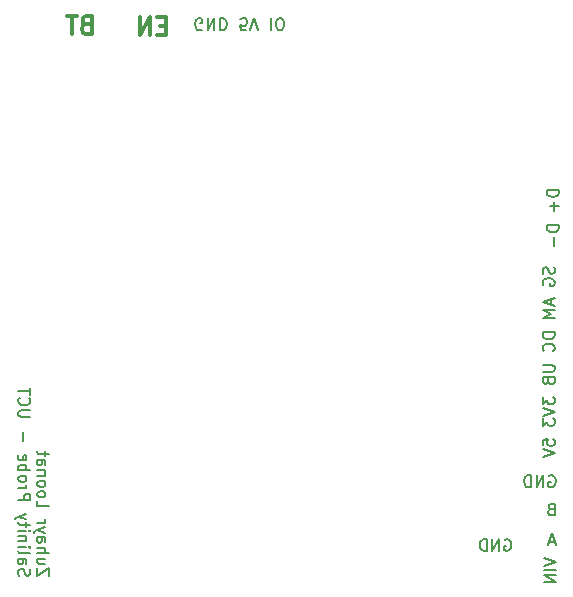
<source format=gbr>
%TF.GenerationSoftware,KiCad,Pcbnew,8.0.6*%
%TF.CreationDate,2025-08-26T16:01:02+02:00*%
%TF.ProjectId,probe,70726f62-652e-46b6-9963-61645f706362,V4-0*%
%TF.SameCoordinates,Original*%
%TF.FileFunction,Legend,Bot*%
%TF.FilePolarity,Positive*%
%FSLAX46Y46*%
G04 Gerber Fmt 4.6, Leading zero omitted, Abs format (unit mm)*
G04 Created by KiCad (PCBNEW 8.0.6) date 2025-08-26 16:01:02*
%MOMM*%
%LPD*%
G01*
G04 APERTURE LIST*
%ADD10C,0.150000*%
%ADD11C,0.300000*%
G04 APERTURE END LIST*
D10*
X186472200Y-42389160D02*
X186519819Y-42532017D01*
X186519819Y-42532017D02*
X186519819Y-42770112D01*
X186519819Y-42770112D02*
X186472200Y-42865350D01*
X186472200Y-42865350D02*
X186424580Y-42912969D01*
X186424580Y-42912969D02*
X186329342Y-42960588D01*
X186329342Y-42960588D02*
X186234104Y-42960588D01*
X186234104Y-42960588D02*
X186138866Y-42912969D01*
X186138866Y-42912969D02*
X186091247Y-42865350D01*
X186091247Y-42865350D02*
X186043628Y-42770112D01*
X186043628Y-42770112D02*
X185996009Y-42579636D01*
X185996009Y-42579636D02*
X185948390Y-42484398D01*
X185948390Y-42484398D02*
X185900771Y-42436779D01*
X185900771Y-42436779D02*
X185805533Y-42389160D01*
X185805533Y-42389160D02*
X185710295Y-42389160D01*
X185710295Y-42389160D02*
X185615057Y-42436779D01*
X185615057Y-42436779D02*
X185567438Y-42484398D01*
X185567438Y-42484398D02*
X185519819Y-42579636D01*
X185519819Y-42579636D02*
X185519819Y-42817731D01*
X185519819Y-42817731D02*
X185567438Y-42960588D01*
X185567438Y-43912969D02*
X185519819Y-43817731D01*
X185519819Y-43817731D02*
X185519819Y-43674874D01*
X185519819Y-43674874D02*
X185567438Y-43532017D01*
X185567438Y-43532017D02*
X185662676Y-43436779D01*
X185662676Y-43436779D02*
X185757914Y-43389160D01*
X185757914Y-43389160D02*
X185948390Y-43341541D01*
X185948390Y-43341541D02*
X186091247Y-43341541D01*
X186091247Y-43341541D02*
X186281723Y-43389160D01*
X186281723Y-43389160D02*
X186376961Y-43436779D01*
X186376961Y-43436779D02*
X186472200Y-43532017D01*
X186472200Y-43532017D02*
X186519819Y-43674874D01*
X186519819Y-43674874D02*
X186519819Y-43770112D01*
X186519819Y-43770112D02*
X186472200Y-43912969D01*
X186472200Y-43912969D02*
X186424580Y-43960588D01*
X186424580Y-43960588D02*
X186091247Y-43960588D01*
X186091247Y-43960588D02*
X186091247Y-43770112D01*
X186234104Y-45103446D02*
X186234104Y-45579636D01*
X186519819Y-45008208D02*
X185519819Y-45341541D01*
X185519819Y-45341541D02*
X186519819Y-45674874D01*
X186519819Y-46008208D02*
X185519819Y-46008208D01*
X185519819Y-46008208D02*
X186234104Y-46341541D01*
X186234104Y-46341541D02*
X185519819Y-46674874D01*
X185519819Y-46674874D02*
X186519819Y-46674874D01*
X186519819Y-47912970D02*
X185519819Y-47912970D01*
X185519819Y-47912970D02*
X185519819Y-48151065D01*
X185519819Y-48151065D02*
X185567438Y-48293922D01*
X185567438Y-48293922D02*
X185662676Y-48389160D01*
X185662676Y-48389160D02*
X185757914Y-48436779D01*
X185757914Y-48436779D02*
X185948390Y-48484398D01*
X185948390Y-48484398D02*
X186091247Y-48484398D01*
X186091247Y-48484398D02*
X186281723Y-48436779D01*
X186281723Y-48436779D02*
X186376961Y-48389160D01*
X186376961Y-48389160D02*
X186472200Y-48293922D01*
X186472200Y-48293922D02*
X186519819Y-48151065D01*
X186519819Y-48151065D02*
X186519819Y-47912970D01*
X186424580Y-49484398D02*
X186472200Y-49436779D01*
X186472200Y-49436779D02*
X186519819Y-49293922D01*
X186519819Y-49293922D02*
X186519819Y-49198684D01*
X186519819Y-49198684D02*
X186472200Y-49055827D01*
X186472200Y-49055827D02*
X186376961Y-48960589D01*
X186376961Y-48960589D02*
X186281723Y-48912970D01*
X186281723Y-48912970D02*
X186091247Y-48865351D01*
X186091247Y-48865351D02*
X185948390Y-48865351D01*
X185948390Y-48865351D02*
X185757914Y-48912970D01*
X185757914Y-48912970D02*
X185662676Y-48960589D01*
X185662676Y-48960589D02*
X185567438Y-49055827D01*
X185567438Y-49055827D02*
X185519819Y-49198684D01*
X185519819Y-49198684D02*
X185519819Y-49293922D01*
X185519819Y-49293922D02*
X185567438Y-49436779D01*
X185567438Y-49436779D02*
X185615057Y-49484398D01*
X185519819Y-50674875D02*
X186329342Y-50674875D01*
X186329342Y-50674875D02*
X186424580Y-50722494D01*
X186424580Y-50722494D02*
X186472200Y-50770113D01*
X186472200Y-50770113D02*
X186519819Y-50865351D01*
X186519819Y-50865351D02*
X186519819Y-51055827D01*
X186519819Y-51055827D02*
X186472200Y-51151065D01*
X186472200Y-51151065D02*
X186424580Y-51198684D01*
X186424580Y-51198684D02*
X186329342Y-51246303D01*
X186329342Y-51246303D02*
X185519819Y-51246303D01*
X185996009Y-52055827D02*
X186043628Y-52198684D01*
X186043628Y-52198684D02*
X186091247Y-52246303D01*
X186091247Y-52246303D02*
X186186485Y-52293922D01*
X186186485Y-52293922D02*
X186329342Y-52293922D01*
X186329342Y-52293922D02*
X186424580Y-52246303D01*
X186424580Y-52246303D02*
X186472200Y-52198684D01*
X186472200Y-52198684D02*
X186519819Y-52103446D01*
X186519819Y-52103446D02*
X186519819Y-51722494D01*
X186519819Y-51722494D02*
X185519819Y-51722494D01*
X185519819Y-51722494D02*
X185519819Y-52055827D01*
X185519819Y-52055827D02*
X185567438Y-52151065D01*
X185567438Y-52151065D02*
X185615057Y-52198684D01*
X185615057Y-52198684D02*
X185710295Y-52246303D01*
X185710295Y-52246303D02*
X185805533Y-52246303D01*
X185805533Y-52246303D02*
X185900771Y-52198684D01*
X185900771Y-52198684D02*
X185948390Y-52151065D01*
X185948390Y-52151065D02*
X185996009Y-52055827D01*
X185996009Y-52055827D02*
X185996009Y-51722494D01*
X185519819Y-53389161D02*
X185519819Y-54008208D01*
X185519819Y-54008208D02*
X185900771Y-53674875D01*
X185900771Y-53674875D02*
X185900771Y-53817732D01*
X185900771Y-53817732D02*
X185948390Y-53912970D01*
X185948390Y-53912970D02*
X185996009Y-53960589D01*
X185996009Y-53960589D02*
X186091247Y-54008208D01*
X186091247Y-54008208D02*
X186329342Y-54008208D01*
X186329342Y-54008208D02*
X186424580Y-53960589D01*
X186424580Y-53960589D02*
X186472200Y-53912970D01*
X186472200Y-53912970D02*
X186519819Y-53817732D01*
X186519819Y-53817732D02*
X186519819Y-53532018D01*
X186519819Y-53532018D02*
X186472200Y-53436780D01*
X186472200Y-53436780D02*
X186424580Y-53389161D01*
X185519819Y-54293923D02*
X186519819Y-54627256D01*
X186519819Y-54627256D02*
X185519819Y-54960589D01*
X185519819Y-55198685D02*
X185519819Y-55817732D01*
X185519819Y-55817732D02*
X185900771Y-55484399D01*
X185900771Y-55484399D02*
X185900771Y-55627256D01*
X185900771Y-55627256D02*
X185948390Y-55722494D01*
X185948390Y-55722494D02*
X185996009Y-55770113D01*
X185996009Y-55770113D02*
X186091247Y-55817732D01*
X186091247Y-55817732D02*
X186329342Y-55817732D01*
X186329342Y-55817732D02*
X186424580Y-55770113D01*
X186424580Y-55770113D02*
X186472200Y-55722494D01*
X186472200Y-55722494D02*
X186519819Y-55627256D01*
X186519819Y-55627256D02*
X186519819Y-55341542D01*
X186519819Y-55341542D02*
X186472200Y-55246304D01*
X186472200Y-55246304D02*
X186424580Y-55198685D01*
X185519819Y-57484399D02*
X185519819Y-57008209D01*
X185519819Y-57008209D02*
X185996009Y-56960590D01*
X185996009Y-56960590D02*
X185948390Y-57008209D01*
X185948390Y-57008209D02*
X185900771Y-57103447D01*
X185900771Y-57103447D02*
X185900771Y-57341542D01*
X185900771Y-57341542D02*
X185948390Y-57436780D01*
X185948390Y-57436780D02*
X185996009Y-57484399D01*
X185996009Y-57484399D02*
X186091247Y-57532018D01*
X186091247Y-57532018D02*
X186329342Y-57532018D01*
X186329342Y-57532018D02*
X186424580Y-57484399D01*
X186424580Y-57484399D02*
X186472200Y-57436780D01*
X186472200Y-57436780D02*
X186519819Y-57341542D01*
X186519819Y-57341542D02*
X186519819Y-57103447D01*
X186519819Y-57103447D02*
X186472200Y-57008209D01*
X186472200Y-57008209D02*
X186424580Y-56960590D01*
X185519819Y-57817733D02*
X186519819Y-58151066D01*
X186519819Y-58151066D02*
X185519819Y-58484399D01*
X186510839Y-65634104D02*
X186034649Y-65634104D01*
X186606077Y-65919819D02*
X186272744Y-64919819D01*
X186272744Y-64919819D02*
X185939411Y-65919819D01*
D11*
X153595489Y-21940114D02*
X153095489Y-21940114D01*
X152881203Y-22725828D02*
X153595489Y-22725828D01*
X153595489Y-22725828D02*
X153595489Y-21225828D01*
X153595489Y-21225828D02*
X152881203Y-21225828D01*
X152238346Y-22725828D02*
X152238346Y-21225828D01*
X152238346Y-21225828D02*
X151381203Y-22725828D01*
X151381203Y-22725828D02*
X151381203Y-21225828D01*
D10*
X156660588Y-22282561D02*
X156565350Y-22330180D01*
X156565350Y-22330180D02*
X156422493Y-22330180D01*
X156422493Y-22330180D02*
X156279636Y-22282561D01*
X156279636Y-22282561D02*
X156184398Y-22187323D01*
X156184398Y-22187323D02*
X156136779Y-22092085D01*
X156136779Y-22092085D02*
X156089160Y-21901609D01*
X156089160Y-21901609D02*
X156089160Y-21758752D01*
X156089160Y-21758752D02*
X156136779Y-21568276D01*
X156136779Y-21568276D02*
X156184398Y-21473038D01*
X156184398Y-21473038D02*
X156279636Y-21377800D01*
X156279636Y-21377800D02*
X156422493Y-21330180D01*
X156422493Y-21330180D02*
X156517731Y-21330180D01*
X156517731Y-21330180D02*
X156660588Y-21377800D01*
X156660588Y-21377800D02*
X156708207Y-21425419D01*
X156708207Y-21425419D02*
X156708207Y-21758752D01*
X156708207Y-21758752D02*
X156517731Y-21758752D01*
X157136779Y-21330180D02*
X157136779Y-22330180D01*
X157136779Y-22330180D02*
X157708207Y-21330180D01*
X157708207Y-21330180D02*
X157708207Y-22330180D01*
X158184398Y-21330180D02*
X158184398Y-22330180D01*
X158184398Y-22330180D02*
X158422493Y-22330180D01*
X158422493Y-22330180D02*
X158565350Y-22282561D01*
X158565350Y-22282561D02*
X158660588Y-22187323D01*
X158660588Y-22187323D02*
X158708207Y-22092085D01*
X158708207Y-22092085D02*
X158755826Y-21901609D01*
X158755826Y-21901609D02*
X158755826Y-21758752D01*
X158755826Y-21758752D02*
X158708207Y-21568276D01*
X158708207Y-21568276D02*
X158660588Y-21473038D01*
X158660588Y-21473038D02*
X158565350Y-21377800D01*
X158565350Y-21377800D02*
X158422493Y-21330180D01*
X158422493Y-21330180D02*
X158184398Y-21330180D01*
X160422493Y-22330180D02*
X159946303Y-22330180D01*
X159946303Y-22330180D02*
X159898684Y-21853990D01*
X159898684Y-21853990D02*
X159946303Y-21901609D01*
X159946303Y-21901609D02*
X160041541Y-21949228D01*
X160041541Y-21949228D02*
X160279636Y-21949228D01*
X160279636Y-21949228D02*
X160374874Y-21901609D01*
X160374874Y-21901609D02*
X160422493Y-21853990D01*
X160422493Y-21853990D02*
X160470112Y-21758752D01*
X160470112Y-21758752D02*
X160470112Y-21520657D01*
X160470112Y-21520657D02*
X160422493Y-21425419D01*
X160422493Y-21425419D02*
X160374874Y-21377800D01*
X160374874Y-21377800D02*
X160279636Y-21330180D01*
X160279636Y-21330180D02*
X160041541Y-21330180D01*
X160041541Y-21330180D02*
X159946303Y-21377800D01*
X159946303Y-21377800D02*
X159898684Y-21425419D01*
X160755827Y-22330180D02*
X161089160Y-21330180D01*
X161089160Y-21330180D02*
X161422493Y-22330180D01*
X162517732Y-21330180D02*
X162517732Y-22330180D01*
X163184398Y-22330180D02*
X163374874Y-22330180D01*
X163374874Y-22330180D02*
X163470112Y-22282561D01*
X163470112Y-22282561D02*
X163565350Y-22187323D01*
X163565350Y-22187323D02*
X163612969Y-21996847D01*
X163612969Y-21996847D02*
X163612969Y-21663514D01*
X163612969Y-21663514D02*
X163565350Y-21473038D01*
X163565350Y-21473038D02*
X163470112Y-21377800D01*
X163470112Y-21377800D02*
X163374874Y-21330180D01*
X163374874Y-21330180D02*
X163184398Y-21330180D01*
X163184398Y-21330180D02*
X163089160Y-21377800D01*
X163089160Y-21377800D02*
X162993922Y-21473038D01*
X162993922Y-21473038D02*
X162946303Y-21663514D01*
X162946303Y-21663514D02*
X162946303Y-21996847D01*
X162946303Y-21996847D02*
X162993922Y-22187323D01*
X162993922Y-22187323D02*
X163089160Y-22282561D01*
X163089160Y-22282561D02*
X163184398Y-22330180D01*
X185619819Y-66993922D02*
X186619819Y-67327255D01*
X186619819Y-67327255D02*
X185619819Y-67660588D01*
X186619819Y-67993922D02*
X185619819Y-67993922D01*
X186619819Y-68470112D02*
X185619819Y-68470112D01*
X185619819Y-68470112D02*
X186619819Y-69041540D01*
X186619819Y-69041540D02*
X185619819Y-69041540D01*
D11*
X146845489Y-21840114D02*
X146631203Y-21911542D01*
X146631203Y-21911542D02*
X146559774Y-21982971D01*
X146559774Y-21982971D02*
X146488346Y-22125828D01*
X146488346Y-22125828D02*
X146488346Y-22340114D01*
X146488346Y-22340114D02*
X146559774Y-22482971D01*
X146559774Y-22482971D02*
X146631203Y-22554400D01*
X146631203Y-22554400D02*
X146774060Y-22625828D01*
X146774060Y-22625828D02*
X147345489Y-22625828D01*
X147345489Y-22625828D02*
X147345489Y-21125828D01*
X147345489Y-21125828D02*
X146845489Y-21125828D01*
X146845489Y-21125828D02*
X146702632Y-21197257D01*
X146702632Y-21197257D02*
X146631203Y-21268685D01*
X146631203Y-21268685D02*
X146559774Y-21411542D01*
X146559774Y-21411542D02*
X146559774Y-21554400D01*
X146559774Y-21554400D02*
X146631203Y-21697257D01*
X146631203Y-21697257D02*
X146702632Y-21768685D01*
X146702632Y-21768685D02*
X146845489Y-21840114D01*
X146845489Y-21840114D02*
X147345489Y-21840114D01*
X146059774Y-21125828D02*
X145202632Y-21125828D01*
X145631203Y-22625828D02*
X145631203Y-21125828D01*
D10*
X186229887Y-62896009D02*
X186087030Y-62943628D01*
X186087030Y-62943628D02*
X186039411Y-62991247D01*
X186039411Y-62991247D02*
X185991792Y-63086485D01*
X185991792Y-63086485D02*
X185991792Y-63229342D01*
X185991792Y-63229342D02*
X186039411Y-63324580D01*
X186039411Y-63324580D02*
X186087030Y-63372200D01*
X186087030Y-63372200D02*
X186182268Y-63419819D01*
X186182268Y-63419819D02*
X186563220Y-63419819D01*
X186563220Y-63419819D02*
X186563220Y-62419819D01*
X186563220Y-62419819D02*
X186229887Y-62419819D01*
X186229887Y-62419819D02*
X186134649Y-62467438D01*
X186134649Y-62467438D02*
X186087030Y-62515057D01*
X186087030Y-62515057D02*
X186039411Y-62610295D01*
X186039411Y-62610295D02*
X186039411Y-62705533D01*
X186039411Y-62705533D02*
X186087030Y-62800771D01*
X186087030Y-62800771D02*
X186134649Y-62848390D01*
X186134649Y-62848390D02*
X186229887Y-62896009D01*
X186229887Y-62896009D02*
X186563220Y-62896009D01*
X143740124Y-68558458D02*
X143740124Y-67891792D01*
X143740124Y-67891792D02*
X142740124Y-68558458D01*
X142740124Y-68558458D02*
X142740124Y-67891792D01*
X143406791Y-67082268D02*
X142740124Y-67082268D01*
X143406791Y-67510839D02*
X142882982Y-67510839D01*
X142882982Y-67510839D02*
X142787744Y-67463220D01*
X142787744Y-67463220D02*
X142740124Y-67367982D01*
X142740124Y-67367982D02*
X142740124Y-67225125D01*
X142740124Y-67225125D02*
X142787744Y-67129887D01*
X142787744Y-67129887D02*
X142835363Y-67082268D01*
X142740124Y-66606077D02*
X143740124Y-66606077D01*
X142740124Y-66177506D02*
X143263934Y-66177506D01*
X143263934Y-66177506D02*
X143359172Y-66225125D01*
X143359172Y-66225125D02*
X143406791Y-66320363D01*
X143406791Y-66320363D02*
X143406791Y-66463220D01*
X143406791Y-66463220D02*
X143359172Y-66558458D01*
X143359172Y-66558458D02*
X143311553Y-66606077D01*
X142740124Y-65272744D02*
X143263934Y-65272744D01*
X143263934Y-65272744D02*
X143359172Y-65320363D01*
X143359172Y-65320363D02*
X143406791Y-65415601D01*
X143406791Y-65415601D02*
X143406791Y-65606077D01*
X143406791Y-65606077D02*
X143359172Y-65701315D01*
X142787744Y-65272744D02*
X142740124Y-65367982D01*
X142740124Y-65367982D02*
X142740124Y-65606077D01*
X142740124Y-65606077D02*
X142787744Y-65701315D01*
X142787744Y-65701315D02*
X142882982Y-65748934D01*
X142882982Y-65748934D02*
X142978220Y-65748934D01*
X142978220Y-65748934D02*
X143073458Y-65701315D01*
X143073458Y-65701315D02*
X143121077Y-65606077D01*
X143121077Y-65606077D02*
X143121077Y-65367982D01*
X143121077Y-65367982D02*
X143168696Y-65272744D01*
X143406791Y-64891791D02*
X142740124Y-64653696D01*
X143406791Y-64415601D02*
X142740124Y-64653696D01*
X142740124Y-64653696D02*
X142502029Y-64748934D01*
X142502029Y-64748934D02*
X142454410Y-64796553D01*
X142454410Y-64796553D02*
X142406791Y-64891791D01*
X142740124Y-64034648D02*
X143406791Y-64034648D01*
X143216315Y-64034648D02*
X143311553Y-63987029D01*
X143311553Y-63987029D02*
X143359172Y-63939410D01*
X143359172Y-63939410D02*
X143406791Y-63844172D01*
X143406791Y-63844172D02*
X143406791Y-63748934D01*
X142740124Y-62177505D02*
X142740124Y-62653695D01*
X142740124Y-62653695D02*
X143740124Y-62653695D01*
X142740124Y-61701314D02*
X142787744Y-61796552D01*
X142787744Y-61796552D02*
X142835363Y-61844171D01*
X142835363Y-61844171D02*
X142930601Y-61891790D01*
X142930601Y-61891790D02*
X143216315Y-61891790D01*
X143216315Y-61891790D02*
X143311553Y-61844171D01*
X143311553Y-61844171D02*
X143359172Y-61796552D01*
X143359172Y-61796552D02*
X143406791Y-61701314D01*
X143406791Y-61701314D02*
X143406791Y-61558457D01*
X143406791Y-61558457D02*
X143359172Y-61463219D01*
X143359172Y-61463219D02*
X143311553Y-61415600D01*
X143311553Y-61415600D02*
X143216315Y-61367981D01*
X143216315Y-61367981D02*
X142930601Y-61367981D01*
X142930601Y-61367981D02*
X142835363Y-61415600D01*
X142835363Y-61415600D02*
X142787744Y-61463219D01*
X142787744Y-61463219D02*
X142740124Y-61558457D01*
X142740124Y-61558457D02*
X142740124Y-61701314D01*
X142740124Y-60796552D02*
X142787744Y-60891790D01*
X142787744Y-60891790D02*
X142835363Y-60939409D01*
X142835363Y-60939409D02*
X142930601Y-60987028D01*
X142930601Y-60987028D02*
X143216315Y-60987028D01*
X143216315Y-60987028D02*
X143311553Y-60939409D01*
X143311553Y-60939409D02*
X143359172Y-60891790D01*
X143359172Y-60891790D02*
X143406791Y-60796552D01*
X143406791Y-60796552D02*
X143406791Y-60653695D01*
X143406791Y-60653695D02*
X143359172Y-60558457D01*
X143359172Y-60558457D02*
X143311553Y-60510838D01*
X143311553Y-60510838D02*
X143216315Y-60463219D01*
X143216315Y-60463219D02*
X142930601Y-60463219D01*
X142930601Y-60463219D02*
X142835363Y-60510838D01*
X142835363Y-60510838D02*
X142787744Y-60558457D01*
X142787744Y-60558457D02*
X142740124Y-60653695D01*
X142740124Y-60653695D02*
X142740124Y-60796552D01*
X143406791Y-60034647D02*
X142740124Y-60034647D01*
X143311553Y-60034647D02*
X143359172Y-59987028D01*
X143359172Y-59987028D02*
X143406791Y-59891790D01*
X143406791Y-59891790D02*
X143406791Y-59748933D01*
X143406791Y-59748933D02*
X143359172Y-59653695D01*
X143359172Y-59653695D02*
X143263934Y-59606076D01*
X143263934Y-59606076D02*
X142740124Y-59606076D01*
X142740124Y-58701314D02*
X143263934Y-58701314D01*
X143263934Y-58701314D02*
X143359172Y-58748933D01*
X143359172Y-58748933D02*
X143406791Y-58844171D01*
X143406791Y-58844171D02*
X143406791Y-59034647D01*
X143406791Y-59034647D02*
X143359172Y-59129885D01*
X142787744Y-58701314D02*
X142740124Y-58796552D01*
X142740124Y-58796552D02*
X142740124Y-59034647D01*
X142740124Y-59034647D02*
X142787744Y-59129885D01*
X142787744Y-59129885D02*
X142882982Y-59177504D01*
X142882982Y-59177504D02*
X142978220Y-59177504D01*
X142978220Y-59177504D02*
X143073458Y-59129885D01*
X143073458Y-59129885D02*
X143121077Y-59034647D01*
X143121077Y-59034647D02*
X143121077Y-58796552D01*
X143121077Y-58796552D02*
X143168696Y-58701314D01*
X143406791Y-58367980D02*
X143406791Y-57987028D01*
X143740124Y-58225123D02*
X142882982Y-58225123D01*
X142882982Y-58225123D02*
X142787744Y-58177504D01*
X142787744Y-58177504D02*
X142740124Y-58082266D01*
X142740124Y-58082266D02*
X142740124Y-57987028D01*
X141177800Y-68510839D02*
X141130180Y-68367982D01*
X141130180Y-68367982D02*
X141130180Y-68129887D01*
X141130180Y-68129887D02*
X141177800Y-68034649D01*
X141177800Y-68034649D02*
X141225419Y-67987030D01*
X141225419Y-67987030D02*
X141320657Y-67939411D01*
X141320657Y-67939411D02*
X141415895Y-67939411D01*
X141415895Y-67939411D02*
X141511133Y-67987030D01*
X141511133Y-67987030D02*
X141558752Y-68034649D01*
X141558752Y-68034649D02*
X141606371Y-68129887D01*
X141606371Y-68129887D02*
X141653990Y-68320363D01*
X141653990Y-68320363D02*
X141701609Y-68415601D01*
X141701609Y-68415601D02*
X141749228Y-68463220D01*
X141749228Y-68463220D02*
X141844466Y-68510839D01*
X141844466Y-68510839D02*
X141939704Y-68510839D01*
X141939704Y-68510839D02*
X142034942Y-68463220D01*
X142034942Y-68463220D02*
X142082561Y-68415601D01*
X142082561Y-68415601D02*
X142130180Y-68320363D01*
X142130180Y-68320363D02*
X142130180Y-68082268D01*
X142130180Y-68082268D02*
X142082561Y-67939411D01*
X141130180Y-67082268D02*
X141653990Y-67082268D01*
X141653990Y-67082268D02*
X141749228Y-67129887D01*
X141749228Y-67129887D02*
X141796847Y-67225125D01*
X141796847Y-67225125D02*
X141796847Y-67415601D01*
X141796847Y-67415601D02*
X141749228Y-67510839D01*
X141177800Y-67082268D02*
X141130180Y-67177506D01*
X141130180Y-67177506D02*
X141130180Y-67415601D01*
X141130180Y-67415601D02*
X141177800Y-67510839D01*
X141177800Y-67510839D02*
X141273038Y-67558458D01*
X141273038Y-67558458D02*
X141368276Y-67558458D01*
X141368276Y-67558458D02*
X141463514Y-67510839D01*
X141463514Y-67510839D02*
X141511133Y-67415601D01*
X141511133Y-67415601D02*
X141511133Y-67177506D01*
X141511133Y-67177506D02*
X141558752Y-67082268D01*
X141130180Y-66463220D02*
X141177800Y-66558458D01*
X141177800Y-66558458D02*
X141273038Y-66606077D01*
X141273038Y-66606077D02*
X142130180Y-66606077D01*
X141130180Y-66082267D02*
X141796847Y-66082267D01*
X142130180Y-66082267D02*
X142082561Y-66129886D01*
X142082561Y-66129886D02*
X142034942Y-66082267D01*
X142034942Y-66082267D02*
X142082561Y-66034648D01*
X142082561Y-66034648D02*
X142130180Y-66082267D01*
X142130180Y-66082267D02*
X142034942Y-66082267D01*
X141796847Y-65606077D02*
X141130180Y-65606077D01*
X141701609Y-65606077D02*
X141749228Y-65558458D01*
X141749228Y-65558458D02*
X141796847Y-65463220D01*
X141796847Y-65463220D02*
X141796847Y-65320363D01*
X141796847Y-65320363D02*
X141749228Y-65225125D01*
X141749228Y-65225125D02*
X141653990Y-65177506D01*
X141653990Y-65177506D02*
X141130180Y-65177506D01*
X141130180Y-64701315D02*
X141796847Y-64701315D01*
X142130180Y-64701315D02*
X142082561Y-64748934D01*
X142082561Y-64748934D02*
X142034942Y-64701315D01*
X142034942Y-64701315D02*
X142082561Y-64653696D01*
X142082561Y-64653696D02*
X142130180Y-64701315D01*
X142130180Y-64701315D02*
X142034942Y-64701315D01*
X141796847Y-64367982D02*
X141796847Y-63987030D01*
X142130180Y-64225125D02*
X141273038Y-64225125D01*
X141273038Y-64225125D02*
X141177800Y-64177506D01*
X141177800Y-64177506D02*
X141130180Y-64082268D01*
X141130180Y-64082268D02*
X141130180Y-63987030D01*
X141796847Y-63748934D02*
X141130180Y-63510839D01*
X141796847Y-63272744D02*
X141130180Y-63510839D01*
X141130180Y-63510839D02*
X140892085Y-63606077D01*
X140892085Y-63606077D02*
X140844466Y-63653696D01*
X140844466Y-63653696D02*
X140796847Y-63748934D01*
X141130180Y-62129886D02*
X142130180Y-62129886D01*
X142130180Y-62129886D02*
X142130180Y-61748934D01*
X142130180Y-61748934D02*
X142082561Y-61653696D01*
X142082561Y-61653696D02*
X142034942Y-61606077D01*
X142034942Y-61606077D02*
X141939704Y-61558458D01*
X141939704Y-61558458D02*
X141796847Y-61558458D01*
X141796847Y-61558458D02*
X141701609Y-61606077D01*
X141701609Y-61606077D02*
X141653990Y-61653696D01*
X141653990Y-61653696D02*
X141606371Y-61748934D01*
X141606371Y-61748934D02*
X141606371Y-62129886D01*
X141130180Y-61129886D02*
X141796847Y-61129886D01*
X141606371Y-61129886D02*
X141701609Y-61082267D01*
X141701609Y-61082267D02*
X141749228Y-61034648D01*
X141749228Y-61034648D02*
X141796847Y-60939410D01*
X141796847Y-60939410D02*
X141796847Y-60844172D01*
X141130180Y-60367981D02*
X141177800Y-60463219D01*
X141177800Y-60463219D02*
X141225419Y-60510838D01*
X141225419Y-60510838D02*
X141320657Y-60558457D01*
X141320657Y-60558457D02*
X141606371Y-60558457D01*
X141606371Y-60558457D02*
X141701609Y-60510838D01*
X141701609Y-60510838D02*
X141749228Y-60463219D01*
X141749228Y-60463219D02*
X141796847Y-60367981D01*
X141796847Y-60367981D02*
X141796847Y-60225124D01*
X141796847Y-60225124D02*
X141749228Y-60129886D01*
X141749228Y-60129886D02*
X141701609Y-60082267D01*
X141701609Y-60082267D02*
X141606371Y-60034648D01*
X141606371Y-60034648D02*
X141320657Y-60034648D01*
X141320657Y-60034648D02*
X141225419Y-60082267D01*
X141225419Y-60082267D02*
X141177800Y-60129886D01*
X141177800Y-60129886D02*
X141130180Y-60225124D01*
X141130180Y-60225124D02*
X141130180Y-60367981D01*
X141130180Y-59606076D02*
X142130180Y-59606076D01*
X141749228Y-59606076D02*
X141796847Y-59510838D01*
X141796847Y-59510838D02*
X141796847Y-59320362D01*
X141796847Y-59320362D02*
X141749228Y-59225124D01*
X141749228Y-59225124D02*
X141701609Y-59177505D01*
X141701609Y-59177505D02*
X141606371Y-59129886D01*
X141606371Y-59129886D02*
X141320657Y-59129886D01*
X141320657Y-59129886D02*
X141225419Y-59177505D01*
X141225419Y-59177505D02*
X141177800Y-59225124D01*
X141177800Y-59225124D02*
X141130180Y-59320362D01*
X141130180Y-59320362D02*
X141130180Y-59510838D01*
X141130180Y-59510838D02*
X141177800Y-59606076D01*
X141177800Y-58320362D02*
X141130180Y-58415600D01*
X141130180Y-58415600D02*
X141130180Y-58606076D01*
X141130180Y-58606076D02*
X141177800Y-58701314D01*
X141177800Y-58701314D02*
X141273038Y-58748933D01*
X141273038Y-58748933D02*
X141653990Y-58748933D01*
X141653990Y-58748933D02*
X141749228Y-58701314D01*
X141749228Y-58701314D02*
X141796847Y-58606076D01*
X141796847Y-58606076D02*
X141796847Y-58415600D01*
X141796847Y-58415600D02*
X141749228Y-58320362D01*
X141749228Y-58320362D02*
X141653990Y-58272743D01*
X141653990Y-58272743D02*
X141558752Y-58272743D01*
X141558752Y-58272743D02*
X141463514Y-58748933D01*
X141511133Y-57082266D02*
X141511133Y-56320362D01*
X142130180Y-55082266D02*
X141320657Y-55082266D01*
X141320657Y-55082266D02*
X141225419Y-55034647D01*
X141225419Y-55034647D02*
X141177800Y-54987028D01*
X141177800Y-54987028D02*
X141130180Y-54891790D01*
X141130180Y-54891790D02*
X141130180Y-54701314D01*
X141130180Y-54701314D02*
X141177800Y-54606076D01*
X141177800Y-54606076D02*
X141225419Y-54558457D01*
X141225419Y-54558457D02*
X141320657Y-54510838D01*
X141320657Y-54510838D02*
X142130180Y-54510838D01*
X141225419Y-53463219D02*
X141177800Y-53510838D01*
X141177800Y-53510838D02*
X141130180Y-53653695D01*
X141130180Y-53653695D02*
X141130180Y-53748933D01*
X141130180Y-53748933D02*
X141177800Y-53891790D01*
X141177800Y-53891790D02*
X141273038Y-53987028D01*
X141273038Y-53987028D02*
X141368276Y-54034647D01*
X141368276Y-54034647D02*
X141558752Y-54082266D01*
X141558752Y-54082266D02*
X141701609Y-54082266D01*
X141701609Y-54082266D02*
X141892085Y-54034647D01*
X141892085Y-54034647D02*
X141987323Y-53987028D01*
X141987323Y-53987028D02*
X142082561Y-53891790D01*
X142082561Y-53891790D02*
X142130180Y-53748933D01*
X142130180Y-53748933D02*
X142130180Y-53653695D01*
X142130180Y-53653695D02*
X142082561Y-53510838D01*
X142082561Y-53510838D02*
X142034942Y-53463219D01*
X142130180Y-53177504D02*
X142130180Y-52606076D01*
X141130180Y-52891790D02*
X142130180Y-52891790D01*
X186039411Y-60067438D02*
X186134649Y-60019819D01*
X186134649Y-60019819D02*
X186277506Y-60019819D01*
X186277506Y-60019819D02*
X186420363Y-60067438D01*
X186420363Y-60067438D02*
X186515601Y-60162676D01*
X186515601Y-60162676D02*
X186563220Y-60257914D01*
X186563220Y-60257914D02*
X186610839Y-60448390D01*
X186610839Y-60448390D02*
X186610839Y-60591247D01*
X186610839Y-60591247D02*
X186563220Y-60781723D01*
X186563220Y-60781723D02*
X186515601Y-60876961D01*
X186515601Y-60876961D02*
X186420363Y-60972200D01*
X186420363Y-60972200D02*
X186277506Y-61019819D01*
X186277506Y-61019819D02*
X186182268Y-61019819D01*
X186182268Y-61019819D02*
X186039411Y-60972200D01*
X186039411Y-60972200D02*
X185991792Y-60924580D01*
X185991792Y-60924580D02*
X185991792Y-60591247D01*
X185991792Y-60591247D02*
X186182268Y-60591247D01*
X185563220Y-61019819D02*
X185563220Y-60019819D01*
X185563220Y-60019819D02*
X184991792Y-61019819D01*
X184991792Y-61019819D02*
X184991792Y-60019819D01*
X184515601Y-61019819D02*
X184515601Y-60019819D01*
X184515601Y-60019819D02*
X184277506Y-60019819D01*
X184277506Y-60019819D02*
X184134649Y-60067438D01*
X184134649Y-60067438D02*
X184039411Y-60162676D01*
X184039411Y-60162676D02*
X183991792Y-60257914D01*
X183991792Y-60257914D02*
X183944173Y-60448390D01*
X183944173Y-60448390D02*
X183944173Y-60591247D01*
X183944173Y-60591247D02*
X183991792Y-60781723D01*
X183991792Y-60781723D02*
X184039411Y-60876961D01*
X184039411Y-60876961D02*
X184134649Y-60972200D01*
X184134649Y-60972200D02*
X184277506Y-61019819D01*
X184277506Y-61019819D02*
X184515601Y-61019819D01*
X182289411Y-65467438D02*
X182384649Y-65419819D01*
X182384649Y-65419819D02*
X182527506Y-65419819D01*
X182527506Y-65419819D02*
X182670363Y-65467438D01*
X182670363Y-65467438D02*
X182765601Y-65562676D01*
X182765601Y-65562676D02*
X182813220Y-65657914D01*
X182813220Y-65657914D02*
X182860839Y-65848390D01*
X182860839Y-65848390D02*
X182860839Y-65991247D01*
X182860839Y-65991247D02*
X182813220Y-66181723D01*
X182813220Y-66181723D02*
X182765601Y-66276961D01*
X182765601Y-66276961D02*
X182670363Y-66372200D01*
X182670363Y-66372200D02*
X182527506Y-66419819D01*
X182527506Y-66419819D02*
X182432268Y-66419819D01*
X182432268Y-66419819D02*
X182289411Y-66372200D01*
X182289411Y-66372200D02*
X182241792Y-66324580D01*
X182241792Y-66324580D02*
X182241792Y-65991247D01*
X182241792Y-65991247D02*
X182432268Y-65991247D01*
X181813220Y-66419819D02*
X181813220Y-65419819D01*
X181813220Y-65419819D02*
X181241792Y-66419819D01*
X181241792Y-66419819D02*
X181241792Y-65419819D01*
X180765601Y-66419819D02*
X180765601Y-65419819D01*
X180765601Y-65419819D02*
X180527506Y-65419819D01*
X180527506Y-65419819D02*
X180384649Y-65467438D01*
X180384649Y-65467438D02*
X180289411Y-65562676D01*
X180289411Y-65562676D02*
X180241792Y-65657914D01*
X180241792Y-65657914D02*
X180194173Y-65848390D01*
X180194173Y-65848390D02*
X180194173Y-65991247D01*
X180194173Y-65991247D02*
X180241792Y-66181723D01*
X180241792Y-66181723D02*
X180289411Y-66276961D01*
X180289411Y-66276961D02*
X180384649Y-66372200D01*
X180384649Y-66372200D02*
X180527506Y-66419819D01*
X180527506Y-66419819D02*
X180765601Y-66419819D01*
X186869819Y-35861779D02*
X185869819Y-35861779D01*
X185869819Y-35861779D02*
X185869819Y-36099874D01*
X185869819Y-36099874D02*
X185917438Y-36242731D01*
X185917438Y-36242731D02*
X186012676Y-36337969D01*
X186012676Y-36337969D02*
X186107914Y-36385588D01*
X186107914Y-36385588D02*
X186298390Y-36433207D01*
X186298390Y-36433207D02*
X186441247Y-36433207D01*
X186441247Y-36433207D02*
X186631723Y-36385588D01*
X186631723Y-36385588D02*
X186726961Y-36337969D01*
X186726961Y-36337969D02*
X186822200Y-36242731D01*
X186822200Y-36242731D02*
X186869819Y-36099874D01*
X186869819Y-36099874D02*
X186869819Y-35861779D01*
X186488866Y-36861779D02*
X186488866Y-37623684D01*
X186869819Y-37242731D02*
X186107914Y-37242731D01*
X186869819Y-38861779D02*
X185869819Y-38861779D01*
X185869819Y-38861779D02*
X185869819Y-39099874D01*
X185869819Y-39099874D02*
X185917438Y-39242731D01*
X185917438Y-39242731D02*
X186012676Y-39337969D01*
X186012676Y-39337969D02*
X186107914Y-39385588D01*
X186107914Y-39385588D02*
X186298390Y-39433207D01*
X186298390Y-39433207D02*
X186441247Y-39433207D01*
X186441247Y-39433207D02*
X186631723Y-39385588D01*
X186631723Y-39385588D02*
X186726961Y-39337969D01*
X186726961Y-39337969D02*
X186822200Y-39242731D01*
X186822200Y-39242731D02*
X186869819Y-39099874D01*
X186869819Y-39099874D02*
X186869819Y-38861779D01*
X186488866Y-39861779D02*
X186488866Y-40623684D01*
M02*

</source>
